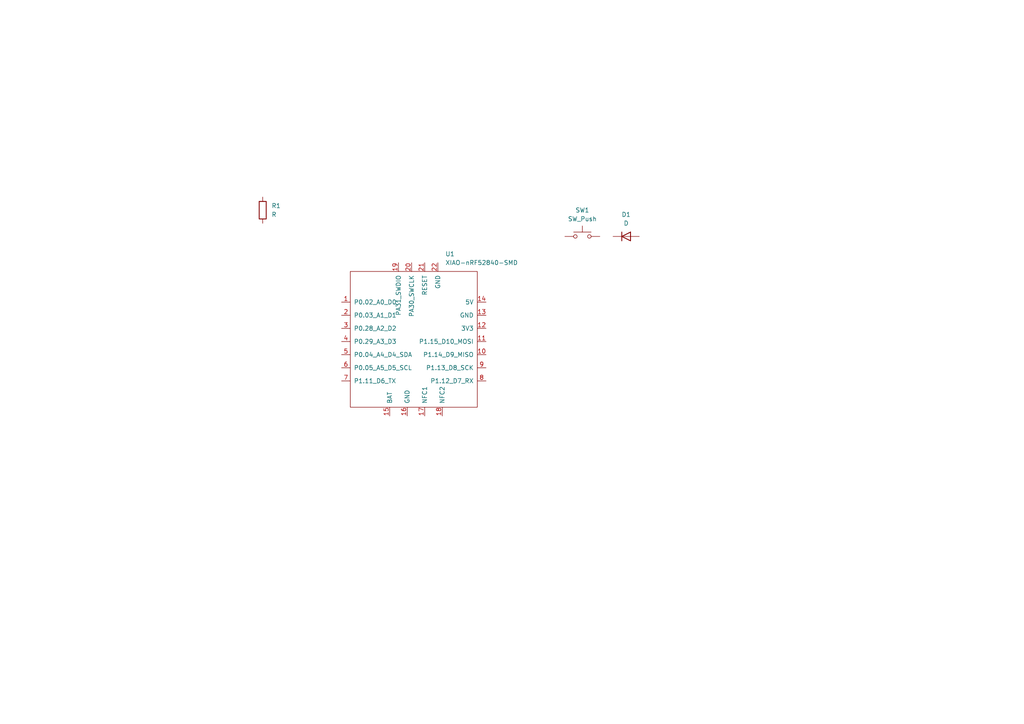
<source format=kicad_sch>
(kicad_sch (version 20250114) (generator "eeschema") (generator_version "9.0")
  (paper "A4")
  (lib_symbols
    (symbol "Device:D" (pin_numbers (hide yes)) (pin_names (offset 1.016) (hide yes))
      (property "Reference" "D" (at 0 2.54 0))
      (property "Value" "D" (at 0 -2.54 0))
      (symbol "D_0_1"
        (polyline (pts (xy -1.27 1.27) (xy -1.27 -1.27)) (stroke (width 0.254)))
        (polyline (pts (xy 1.27 1.27) (xy 1.27 -1.27) (xy -1.27 0) (xy 1.27 1.27)) (stroke (width 0.254)))
        (polyline (pts (xy 1.27 0) (xy -1.27 0)))
      )
      (symbol "D_1_1"
        (pin passive line (at -3.81 0 0) (length 2.54) (name "K") (number "1"))
        (pin passive line (at 3.81 0 180) (length 2.54) (name "A") (number "2"))
      )
    )
    (symbol "Device:R" (pin_numbers (hide yes)) (pin_names (offset 0))
      (property "Reference" "R" (at 2.032 0 90))
      (property "Value" "R" (at 0 0 90))
      (symbol "R_0_1"
        (rectangle (start -1.016 -2.54) (end 1.016 2.54) (stroke (width 0.254)))
      )
      (symbol "R_1_1"
        (pin passive line (at 0 3.81 270) (length 1.27) (name "~") (number "1"))
        (pin passive line (at 0 -3.81 90) (length 1.27) (name "~") (number "2"))
      )
    )
    (symbol "OPL:XIAO-nRF52840-SMD" (pin_names (offset 1.016))
      (property "Reference" "U" (at -18.542 23.114 0))
      (property "Value" "XIAO-nRF52840-SMD" (at -8.636 21.336 0))
      (symbol "XIAO-nRF52840-SMD_0_1"
        (rectangle (start -19.05 20.32) (end 17.78 -19.05))
      )
      (symbol "XIAO-nRF52840-SMD_1_1"
        (pin passive line (at -21.59 11.43 0) (length 2.54) (name "P0.02_A0_D0") (number "1"))
        (pin passive line (at -21.59 7.62 0) (length 2.54) (name "P0.03_A1_D1") (number "2"))
        (pin passive line (at -21.59 3.81 0) (length 2.54) (name "P0.28_A2_D2") (number "3"))
        (pin passive line (at -21.59 0 0) (length 2.54) (name "P0.29_A3_D3") (number "4"))
        (pin passive line (at -21.59 -3.81 0) (length 2.54) (name "P0.04_A4_D4_SDA") (number "5"))
        (pin passive line (at -21.59 -7.62 0) (length 2.54) (name "P0.05_A5_D5_SCL") (number "6"))
        (pin passive line (at -21.59 -11.43 0) (length 2.54) (name "P1.11_D6_TX") (number "7"))
        (pin passive line (at -7.62 -21.59 90) (length 2.54) (name "BAT") (number "15"))
        (pin passive line (at -5.08 22.86 270) (length 2.54) (name "PA31_SWDIO") (number "19"))
        (pin passive line (at -2.54 -21.59 90) (length 2.54) (name "GND") (number "16"))
        (pin passive line (at -1.27 22.86 270) (length 2.54) (name "PA30_SWCLK") (number "20"))
        (pin passive line (at 2.54 22.86 270) (length 2.54) (name "RESET") (number "21"))
        (pin passive line (at 2.54 -21.59 90) (length 2.54) (name "NFC1") (number "17"))
        (pin passive line (at 6.35 22.86 270) (length 2.54) (name "GND") (number "22"))
        (pin passive line (at 7.62 -21.59 90) (length 2.54) (name "NFC2") (number "18"))
        (pin passive line (at 20.32 11.43 180) (length 2.54) (name "5V") (number "14"))
        (pin passive line (at 20.32 7.62 180) (length 2.54) (name "GND") (number "13"))
        (pin passive line (at 20.32 3.81 180) (length 2.54) (name "3V3") (number "12"))
        (pin passive line (at 20.32 0 180) (length 2.54) (name "P1.15_D10_MOSI") (number "11"))
        (pin passive line (at 20.32 -3.81 180) (length 2.54) (name "P1.14_D9_MISO") (number "10"))
        (pin passive line (at 20.32 -7.62 180) (length 2.54) (name "P1.13_D8_SCK") (number "9"))
        (pin passive line (at 20.32 -11.43 180) (length 2.54) (name "P1.12_D7_RX") (number "8"))
      )
    )
    (symbol "Switch:SW_Push" (pin_numbers (hide yes)) (pin_names (offset 1.016) (hide yes))
      (property "Reference" "SW" (at 1.27 2.54 0))
      (property "Value" "SW_Push" (at 0 -1.524 0))
      (symbol "SW_Push_0_1"
        (circle (center -2.032 0) (radius 0.508))
        (polyline (pts (xy 0 1.27) (xy 0 3.048)))
        (circle (center 2.032 0) (radius 0.508))
        (polyline (pts (xy 2.54 1.27) (xy -2.54 1.27)))
        (pin passive line (at -5.08 0 0) (length 2.54) (name "1") (number "1"))
        (pin passive line (at 5.08 0 180) (length 2.54) (name "2") (number "2"))
      )
    )
  )
  (symbol (lib_id "Device:D") (at 181.61 68.58 0) (unit 1)
    (property "Reference" "D1" (at 181.61 62.23 0))
    (property "Value" "D" (at 181.61 64.77 0))
    (property "Description" "Diode" (effects (hide yes)))
    (property "Sim.Device" "D" (effects (hide yes)))
    (property "Sim.Pins" "1=K 2=A" (effects (hide yes)))
  )
  (symbol (lib_id "Device:R") (at 76.2 60.96 0) (unit 1)
    (property "Reference" "R1" (at 78.74 59.6899 0) (effects (justify left)))
    (property "Value" "R" (at 78.74 62.2299 0) (effects (justify left)))
    (property "Description" "Resistor" (effects (hide yes)))
  )
  (symbol (lib_id "OPL:XIAO-nRF52840-SMD") (at 120.65 99.06 0) (unit 1)
    (property "Reference" "U1" (at 129.1433 73.66 0) (effects (justify left)))
    (property "Value" "XIAO-nRF52840-SMD" (at 129.1433 76.2 0) (effects (justify left)))
  )
  (symbol (lib_id "Switch:SW_Push") (at 168.91 68.58 0) (unit 1)
    (property "Reference" "SW1" (at 168.91 60.96 0))
    (property "Value" "SW_Push" (at 168.91 63.5 0))
    (property "Description" "Push button switch, generic, two pins" (effects (hide yes)))
  )
)
</source>
